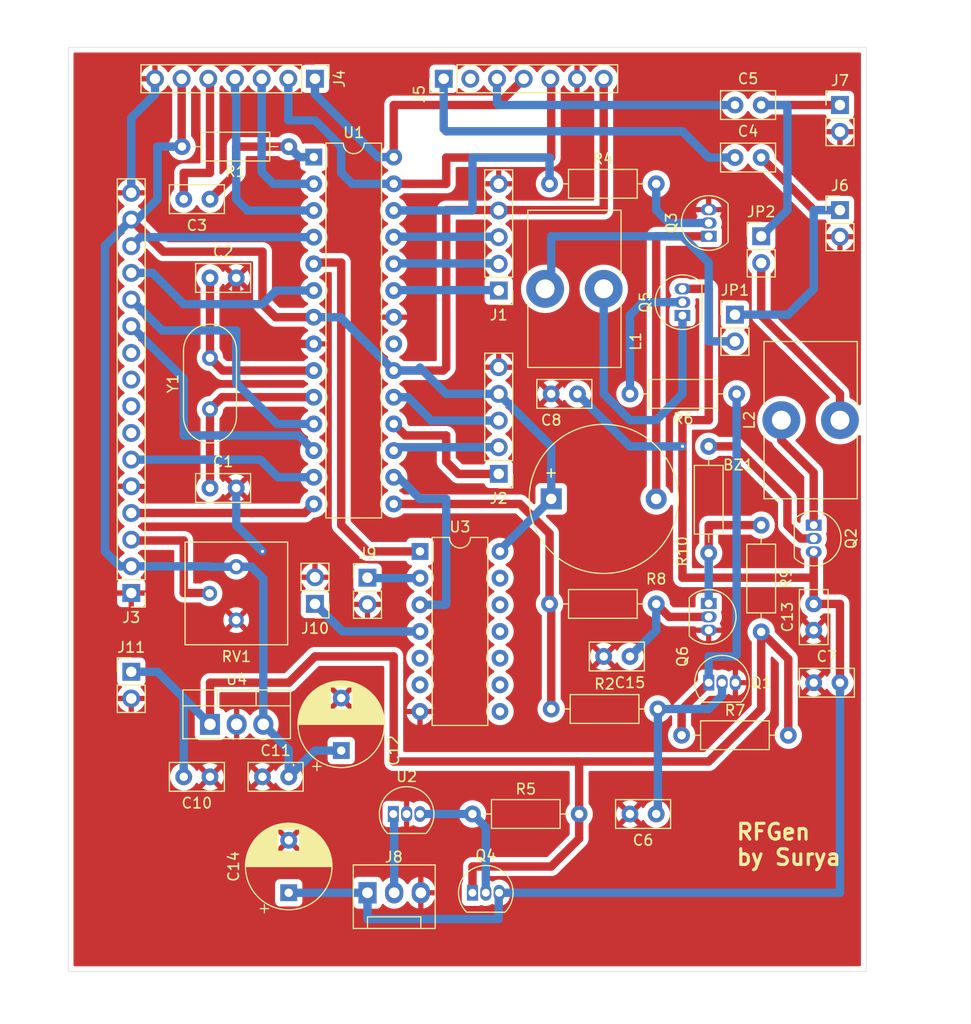
<source format=kicad_pcb>
(kicad_pcb (version 20240108) (generator "pcbnew") (generator_version "8.0")
  (layers (0 "F.Cu" signal) (31 "B.Cu" signal) (34 "B.Paste" user) (35 "F.Paste" user) (36 "B.SilkS" user "B.Silkscreen") (37 "F.SilkS" user "F.Silkscreen") (38 "B.Mask" user) (39 "F.Mask" user) (44 "Edge.Cuts" user))
  (net 0 "")
  (net 1 "Net-(BZ1--)")
  (net 2 "+5V")
  (net 3 "GND")
  (net 4 "Net-(U1-XTAL2{slash}PB7)")
  (net 5 "Net-(U1-XTAL1{slash}PB6)")
  (net 6 "Net-(U1-~{RESET}{slash}PC6)")
  (net 7 "reset")
  (net 8 "Net-(J6-Pin_1)")
  (net 9 "clk0")
  (net 10 "clk2")
  (net 11 "Net-(J7-Pin_1)")
  (net 12 "Net-(Q1-B)")
  (net 13 "Net-(J8-Pin_1)")
  (net 14 "Net-(Q2-B)")
  (net 15 "+9V")
  (net 16 "rots_dt")
  (net 17 "rots_sw")
  (net 18 "rots_clk")
  (net 19 "rotm_clk")
  (net 21 "rotm_sw")
  (net 22 "rotm_dt")
  (net 24 "lcd_D6")
  (net 27 "lcd_D4")
  (net 29 "lcd_D7")
  (net 30 "lcd_contrast")
  (net 31 "lcd_D5")
  (net 32 "lcd_rs")
  (net 33 "lcd_enb")
  (net 34 "scl")
  (net 35 "sda")
  (net 36 "rx")
  (net 37 "tx")
  (net 39 "Net-(J8-Pin_2)")
  (net 40 "Net-(J9-Pin_1)")
  (net 41 "Net-(J10-Pin_1)")
  (net 42 "Net-(JP1-B)")
  (net 43 "Net-(JP2-B)")
  (net 44 "Net-(Q6-B)")
  (net 45 "Net-(Q5-C)")
  (net 46 "Net-(Q3-B)")
  (net 47 "Net-(Q4-B)")
  (net 48 "bias")
  (net 49 "buzz")
  (net 50 "chanc")
  (net 51 "chand")
  (net 60 "Net-(Q2-C)")
  (net 61 "Net-(Q1-C)")
  (net 62 "Net-(Q5-B)")
  (net 63 "Net-(Q6-C)")
  (footprint "Potentiometer_THT:Potentiometer_Bourns_3386P_Vertical" (layer "F.Cu") (at 57.5 76.46 180)
    (property "Reference" "RV1")
    (property "Value" "R_Potentiometer")
  )
  (footprint "Capacitor_THT:C_Disc_D5.0mm_W2.5mm_P2.50mm" (layer "F.Cu") (at 95 85 180)
    (property "Reference" "C15")
    (property "Value" "10n")
  )
  (footprint "Package_TO_SOT_THT:TO-92_Inline" (layer "F.Cu") (at 102.5 87.5)
    (property "Reference" "Q1")
    (property "Value" "BC547")
  )
  (footprint "Resistor_THT:R_Axial_DIN0207_L6.3mm_D2.5mm_P10.16mm_Horizontal" (layer "F.Cu") (at 87.5 90)
    (property "Reference" "R2")
    (property "Value" "10k")
  )
  (footprint "Capacitor_THT:C_Disc_D5.0mm_W2.5mm_P2.50mm" (layer "F.Cu") (at 105 32.5)
    (property "Reference" "C5")
    (property "Value" "100n")
  )
  (footprint "Capacitor_THT:C_Disc_D5.0mm_W2.5mm_P2.50mm" (layer "F.Cu") (at 87.5 60)
    (property "Reference" "C8")
    (property "Value" "10n")
  )
  (footprint "Capacitor_THT:C_Disc_D5.0mm_W2.5mm_P2.50mm" (layer "F.Cu") (at 55 68.96)
    (property "Reference" "C1")
    (property "Value" "22p")
  )
  (footprint "Connector_PinHeader_2.54mm:PinHeader_1x07_P2.54mm_Vertical" (layer "F.Cu") (at 77.26 30 90)
    (property "Reference" "J5")
    (property "Value" "si5351")
  )
  (footprint "Capacitor_THT:C_Disc_D5.0mm_W2.5mm_P2.50mm" (layer "F.Cu") (at 105 37.5)
    (property "Reference" "C4")
    (property "Value" "100n")
  )
  (footprint "Connector_PinHeader_2.54mm:PinHeader_1x05_P2.54mm_Vertical" (layer "F.Cu") (at 82.5 50.16 180)
    (property "Reference" "J1")
    (property "Value" "select_rotary")
  )
  (footprint "Inductor_THT:L_Toroid_Vertical_L14.7mm_W8.6mm_P5.58mm_Pulse_KM-1" (layer "F.Cu") (at 92.5 50 -90)
    (property "Reference" "L1")
    (property "Value" "100u")
  )
  (footprint "Capacitor_THT:C_Disc_D5.0mm_W2.5mm_P2.50mm" (layer "F.Cu") (at 55 41.46 180)
    (property "Reference" "C3")
    (property "Value" "100n")
  )
  (footprint "Connector_PinHeader_2.54mm:PinHeader_1x02_P2.54mm_Vertical" (layer "F.Cu") (at 65 80 180)
    (property "Reference" "J10")
    (property "Value" "pwmC")
  )
  (footprint "Connector:FanPinHeader_1x03_P2.54mm_Vertical" (layer "F.Cu") (at 70 107.5)
    (property "Reference" "J8")
    (property "Value" "bias_pot")
  )
  (footprint "Capacitor_THT:C_Disc_D5.0mm_W2.5mm_P2.50mm" (layer "F.Cu") (at 112.5 82.5 90)
    (property "Reference" "C13")
    (property "Value" "100n")
  )
  (footprint "Connector_PinHeader_2.54mm:PinHeader_1x02_P2.54mm_Vertical" (layer "F.Cu") (at 70 77.5)
    (property "Reference" "J9")
    (property "Value" "pwmD")
  )
  (footprint "Package_TO_SOT_THT:TO-92_Inline" (layer "F.Cu") (at 72.46 100)
    (property "Reference" "U2")
    (property "Value" "TL431LP")
  )
  (footprint "Capacitor_THT:C_Disc_D5.0mm_W2.5mm_P2.50mm" (layer "F.Cu") (at 60 96.46)
    (property "Reference" "C11")
    (property "Value" "100n")
  )
  (footprint "Package_TO_SOT_THT:TO-92_Inline" (layer "F.Cu") (at 102.5 45 90)
    (property "Reference" "Q3")
    (property "Value" "BC547")
  )
  (footprint "Resistor_THT:R_Axial_DIN0207_L6.3mm_D2.5mm_P10.16mm_Horizontal" (layer "F.Cu") (at 80 100)
    (property "Reference" "R5")
    (property "Value" "1k")
  )
  (footprint "Capacitor_THT:C_Disc_D5.0mm_W2.5mm_P2.50mm" (layer "F.Cu") (at 55 96.46 180)
    (property "Reference" "C10")
    (property "Value" "10n")
  )
  (footprint "Package_TO_SOT_THT:TO-92_Inline" (layer "F.Cu") (at 100 52.54 90)
    (property "Reference" "Q5")
    (property "Value" "BC557")
  )
  (footprint "Connector_PinHeader_2.54mm:PinHeader_1x02_P2.54mm_Vertical" (layer "F.Cu") (at 115 32.5)
    (property "Reference" "J7")
    (property "Value" "clk2")
  )
  (footprint "Connector_PinHeader_2.54mm:PinHeader_1x02_P2.54mm_Vertical" (layer "F.Cu") (at 107.5 45)
    (property "Reference" "JP2")
    (property "Value" "Jumper_2_Open")
  )
  (footprint "Package_TO_SOT_THT:TO-92_Inline" (layer "F.Cu") (at 112.5 72.5 -90)
    (property "Reference" "Q2")
    (property "Value" "BC557")
  )
  (footprint "Capacitor_THT:C_Disc_D5.0mm_W2.5mm_P2.50mm" (layer "F.Cu") (at 55 48.96)
    (property "Reference" "C2")
    (property "Value" "22p")
  )
  (footprint "Connector_PinHeader_2.54mm:PinHeader_1x02_P2.54mm_Vertical" (layer "F.Cu") (at 115 42.5)
    (property "Reference" "J6")
    (property "Value" "clk0")
  )
  (footprint "Connector_PinHeader_2.54mm:PinHeader_1x02_P2.54mm_Vertical" (layer "F.Cu") (at 105 52.46)
    (property "Reference" "JP1")
    (property "Value" "Jumper_2_Open")
  )
  (footprint "Connector_PinHeader_2.54mm:PinHeader_1x16_P2.54mm_Vertical" (layer "F.Cu") (at 47.5 78.96 180)
    (property "Reference" "J3")
    (property "Value" "lcd_socket")
  )
  (footprint "Resistor_THT:R_Axial_DIN0207_L6.3mm_D2.5mm_P10.16mm_Horizontal" (layer "F.Cu") (at 102.5 75.16 90)
    (property "Reference" "R10")
    (property "Value" "10k")
  )
  (footprint "Package_DIP:DIP-14_W7.62mm" (layer "F.Cu") (at 75 75)
    (property "Reference" "U3")
    (property "Value" "74HC04")
  )
  (footprint "Connector_PinHeader_2.54mm:PinHeader_1x07_P2.54mm_Vertical" (layer "F.Cu") (at 65 30 -90)
    (property "Reference" "J4")
    (property "Value" "comms")
  )
  (footprint "Crystal:Crystal_HC49-U_Vertical" (layer "F.Cu") (at 55 61.46 90)
    (property "Reference" "Y1")
    (property "Value" "20Mhz")
  )
  (footprint "Capacitor_THT:CP_Radial_D8.0mm_P5.00mm" (layer "F.Cu") (at 62.5 107.5 90)
    (property "Reference" "C14")
    (property "Value" "100u")
  )
  (footprint "Capacitor_THT:C_Disc_D5.0mm_W2.5mm_P2.50mm" (layer "F.Cu") (at 112.5 87.5)
    (property "Reference" "C7")
    (property "Value" "10n")
  )
  (footprint "Connector_PinHeader_2.54mm:PinHeader_1x02_P2.54mm_Vertical" (layer "F.Cu") (at 47.5 86.46)
    (property "Reference" "J11")
    (property "Value" "pwrIn")
  )
  (footprint "Connector_PinHeader_2.54mm:PinHeader_1x05_P2.54mm_Vertical" (layer "F.Cu") (at 82.5 67.62 180)
    (property "Reference" "J2")
    (property "Value" "mode_rotary")
  )
  (footprint "Resistor_THT:R_Axial_DIN0207_L6.3mm_D2.5mm_P10.16mm_Horizontal" (layer "F.Cu") (at 62.5 36.46 180)
    (property "Reference" "R1")
    (property "Value" "10k")
  )
  (footprint "Inductor_THT:L_Toroid_Vertical_L14.7mm_W8.6mm_P5.58mm_Pulse_KM-1" (layer "F.Cu") (at 109.42 62.5 90)
    (property "Reference" "L2")
    (property "Value" "100u")
  )
  (footprint "Resistor_THT:R_Axial_DIN0207_L6.3mm_D2.5mm_P10.16mm_Horizontal" (layer "F.Cu") (at 87.34 40)
    (property "Reference" "R4")
    (property "Value" "2.2k")
  )
  (footprint "Package_TO_SOT_THT:TO-92_Inline" (layer "F.Cu") (at 102.5 79.96 -90)
    (property "Reference" "Q6")
    (property "Value" "BC547")
  )
  (footprint "Capacitor_THT:C_Disc_D5.0mm_W2.5mm_P2.50mm" (layer "F.Cu") (at 97.5 100 180)
    (property "Reference" "C6")
    (property "Value" "10n")
  )
  (footprint "Resistor_THT:R_Axial_DIN0207_L6.3mm_D2.5mm_P10.16mm_Horizontal" (layer "F.Cu") (at 107.5 72.5 -90)
    (property "Reference" "R9")
    (property "Value" "1k")
  )
  (footprint "Package_TO_SOT_THT:TO-92_Inline" (layer "F.Cu") (at 80 107.5)
    (property "Reference" "Q4")
    (property "Value" "BC547")
  )
  (footprint "Resistor_THT:R_Axial_DIN0207_L6.3mm_D2.5mm_P10.16mm_Horizontal" (layer "F.Cu") (at 99.92 92.5)
    (property "Reference" "R7")
    (property "Value" "1k")
  )
  (footprint "Capacitor_THT:CP_Radial_D8.0mm_P5.00mm" (layer "F.Cu") (at 67.5 93.96 90)
    (property "Reference" "C12")
    (property "Value" "100u")
  )
  (footprint "Resistor_THT:R_Axial_DIN0207_L6.3mm_D2.5mm_P10.16mm_Horizontal" (layer "F.Cu") (at 87.34 80)
    (property "Reference" "R8")
    (property "Value" "10k")
  )
  (footprint "Package_DIP:DIP-28_W7.62mm" (layer "F.Cu") (at 64.88 37.46)
    (property "Reference" "U1")
    (property "Value" "ATmega328-P")
  )
  (footprint "Package_TO_SOT_THT:TO-220-3_Vertical" (layer "F.Cu") (at 55 91.46)
    (property "Reference" "U4")
    (property "Value" "L7805")
  )
  (footprint "Buzzer_Beeper:Buzzer_D14mm_H7mm_P10mm" (layer "F.Cu") (at 87.5 70)
    (property "Reference" "BZ1")
    (property "Value" "Buzzer")
  )
  (footprint "Resistor_THT:R_Axial_DIN0207_L6.3mm_D2.5mm_P10.16mm_Horizontal" (layer "F.Cu") (at 105.16 60 180)
    (property "Reference" "R6")
    (property "Value" "10k")
  )
  (gr_rect (start 41.5 27) (end 117.5 115) (stroke (width 0.05)) (fill none) (layer "Edge.Cuts"))
  (gr_text "RFGen\nby Surya" (at 105 105 0) (layer "F.SilkS") (effects (font (size 1.5 1.5) (thickness 0.3) (bold yes)) (justify left bottom)))
  (segment (start 97.5 45) (end 97.5 70) (width 0.8) (layer "F.Cu") (net 1))
  (segment (start 97.5 45) (end 102.5 45) (width 0.8) (layer "F.Cu") (net 1))
  (segment (start 60 46.46) (end 50.56 46.46) (width 0.8) (layer "F.Cu") (net 2))
  (segment (start 77.22 57.78) (end 77.5 57.5) (width 0.8) (layer "F.Cu") (net 2))
  (segment (start 92.5 42.5) (end 85 42.5) (width 0.8) (layer "F.Cu") (net 2))
  (segment (start 61.24 52.7) (end 60 51.46) (width 0.8) (layer "F.Cu") (net 2))
  (segment (start 64.88 52.7) (end 61.24 52.7) (width 0.8) (layer "F.Cu") (net 2))
  (segment (start 52.3 36.42) (end 52.34 36.46) (width 0.8) (layer "F.Cu") (net 2))
  (segment (start 72.5 57.78) (end 77.22 57.78) (width 0.8) (layer "F.Cu") (net 2))
  (segment (start 50.56 46.46) (end 47.5 43.4) (width 0.8) (layer "F.Cu") (net 2))
  (segment (start 77.5 42.5) (end 85 42.5) (width 0.8) (layer "F.Cu") (net 2))
  (segment (start 92.5 30) (end 92.5 42.5) (width 0.8) (layer "F.Cu") (net 2))
  (segment (start 82.54 42.5) (end 82.5 42.54) (width 0.8) (layer "F.Cu") (net 2))
  (segment (start 85 42.5) (end 82.54 42.5) (width 0.8) (layer "F.Cu") (net 2))
  (segment (start 52.3 30) (end 52.3 36.42) (width 0.8) (layer "F.Cu") (net 2))
  (segment (start 77.5 57.5) (end 77.5 42.5) (width 0.8) (layer "F.Cu") (net 2))
  (segment (start 60 51.46) (end 60 46.46) (width 0.8) (layer "F.Cu") (net 2))
  (segment (start 46.42 76.42) (end 45 75) (width 0.8) (layer "B.Cu") (net 2))
  (segment (start 82.5 60) (end 87.5 65) (width 0.8) (layer "B.Cu") (net 2))
  (segment (start 45 45.9) (end 47.5 43.4) (width 0.8) (layer "B.Cu") (net 2))
  (segment (start 48.06 43.4) (end 50 41.46) (width 0.8) (layer "B.Cu") (net 2))
  (segment (start 82.62 74.88) (end 87.5 70) (width 0.8) (layer "B.Cu") (net 2))
  (segment (start 50 41.46) (end 50 36.46) (width 0.8) (layer "B.Cu") (net 2))
  (segment (start 64.88 52.7) (end 67.42 52.7) (width 0.8) (layer "B.Cu") (net 2))
  (segment (start 47.5 76.42) (end 54.96 76.42) (width 0.8) (layer "B.Cu") (net 2))
  (segment (start 47.5 76.42) (end 46.42 76.42) (width 0.8) (layer "B.Cu") (net 2))
  (segment (start 65 93.96) (end 67.5 93.96) (width 0.8) (layer "B.Cu") (net 2))
  (segment (start 47.5 43.4) (end 48.06 43.4) (width 0.8) (layer "B.Cu") (net 2))
  (segment (start 50 36.46) (end 52.34 36.46) (width 0.8) (layer "B.Cu") (net 2))
  (segment (start 62.5 96.46) (end 62.5 93.88) (width 0.8) (layer "B.Cu") (net 2))
  (segment (start 60.08 77.58) (end 58.96 76.46) (width 0.8) (layer "B.Cu") (net 2))
  (segment (start 60.08 91.46) (end 60.08 77.58) (width 0.8) (layer "B.Cu") (net 2))
  (segment (start 58.96 76.46) (end 57.5 76.46) (width 0.8) (layer "B.Cu") (net 2))
  (segment (start 62.5 96.46) (end 65 93.96) (width 0.8) (layer "B.Cu") (net 2))
  (segment (start 74.72 57.78) (end 72.5 57.78) (width 0.8) (layer "B.Cu") (net 2))
  (segment (start 67.42 52.7) (end 72.5 57.78) (width 0.8) (layer "B.Cu") (net 2))
  (segment (start 77.5 60) (end 75 57.5) (width 0.8) (layer "B.Cu") (net 2))
  (segment (start 62.5 93.88) (end 60.08 91.46) (width 0.8) (layer "B.Cu") (net 2))
  (segment (start 57.5 76.46) (end 55 76.46) (width 0.8) (layer "B.Cu") (net 2))
  (segment (start 82.62 75) (end 82.62 74.88) (width 0.8) (layer "B.Cu") (net 2))
  (segment (start 75 57.5) (end 74.72 57.78) (width 0.8) (layer "B.Cu") (net 2))
  (segment (start 45 75) (end 45 45.9) (width 0.8) (layer "B.Cu") (net 2))
  (segment (start 87.5 65) (end 87.5 70) (width 0.8) (layer "B.Cu") (net 2))
  (segment (start 82.5 60) (end 77.5 60) (width 0.8) (layer "B.Cu") (net 2))
  (segment (start 55 76.46) (end 54.96 76.42) (width 0.8) (layer "B.Cu") (net 2))
  (segment (start 58.78 55.24) (end 57.5 53.96) (width 0.8) (layer "F.Cu") (net 3))
  (segment (start 57.5 48.96) (end 57.5 53.96) (width 0.8) (layer "F.Cu") (net 3))
  (segment (start 64.88 55.24) (end 58.78 55.24) (width 0.8) (layer "F.Cu") (net 3))
  (via (at 60 75) (size 0.6) (drill 0.3) (layers "F.Cu" "B.Cu") (net 3))
  (segment (start 49.76 31.46) (end 49.76 30) (width 0.8) (layer "B.Cu") (net 3))
  (segment (start 57.5 68.96) (end 57.5 72.5) (width 0.8) (layer "B.Cu") (net 3))
  (segment (start 47.5 40.86) (end 47.5 33.72) (width 0.8) (layer "B.Cu") (net 3))
  (segment (start 47.5 33.72) (end 49.76 31.46) (width 0.8) (layer "B.Cu") (net 3))
  (segment (start 57.5 72.5) (end 60 75) (width 0.8) (layer "B.Cu") (net 3))
  (segment (start 56.14 60.32) (end 55 61.46) (width 0.8) (layer "F.Cu") (net 4))
  (segment (start 64.88 60.32) (end 56.14 60.32) (width 0.8) (layer "F.Cu") (net 4))
  (segment (start 55 68.96) (end 55 61.46) (width 0.8) (layer "F.Cu") (net 4))
  (segment (start 64.88 57.78) (end 56.2 57.78) (width 0.8) (layer "F.Cu") (net 5))
  (segment (start 55 48.96) (end 55 56.58) (width 0.8) (layer "F.Cu") (net 5))
  (segment (start 56.2 57.78) (end 55 56.58) (width 0.8) (layer "F.Cu") (net 5))
  (segment (start 57.5 36.46) (end 62.5 36.46) (width 0.8) (layer "F.Cu") (net 6))
  (segment (start 57.5 38.96) (end 57.5 36.46) (width 0.8) (layer "F.Cu") (net 6))
  (segment (start 55 41.46) (end 57.5 38.96) (width 0.8) (layer "F.Cu") (net 6))
  (segment (start 63.5 37.46) (end 62.5 36.46) (width 0.8) (layer "B.Cu") (net 6))
  (segment (start 64.88 37.46) (end 63.5 37.46) (width 0.8) (layer "B.Cu") (net 6))
  (segment (start 55 31.62) (end 55 30.16) (width 0.8) (layer "F.Cu") (net 7))
  (segment (start 52.5 38.96) (end 55 38.96) (width 0.8) (layer "F.Cu") (net 7))
  (segment (start 52.5 41.46) (end 52.5 38.96) (width 0.8) (layer "F.Cu") (net 7))
  (segment (start 55 30.16) (end 54.84 30) (width 0.8) (layer "F.Cu") (net 7))
  (segment (start 55 38.96) (end 55 31.62) (width 0.8) (layer "F.Cu") (net 7))
  (segment (start 107.5 37.5) (end 112.5 42.5) (width 0.8) (layer "F.Cu") (net 8))
  (segment (start 112.5 42.5) (end 115 42.5) (width 0.8) (layer "F.Cu") (net 8))
  (segment (start 112.5 42.5) (end 115 42.5) (width 0.8) (layer "B.Cu") (net 8))
  (segment (start 109.96 52.46) (end 110 52.5) (width 0.8) (layer "B.Cu") (net 8))
  (segment (start 110 52.5) (end 112.5 50) (width 0.8) (layer "B.Cu") (net 8))
  (segment (start 105 52.46) (end 109.96 52.46) (width 0.8) (layer "B.Cu") (net 8))
  (segment (start 112.5 50) (end 112.5 42.5) (width 0.8) (layer "B.Cu") (net 8))
  (segment (start 77.26 30) (end 77.26 34.76) (width 0.8) (layer "B.Cu") (net 9))
  (segment (start 77.26 34.76) (end 77.5 35) (width 0.8) (layer "B.Cu") (net 9))
  (segment (start 100 35) (end 102.5 37.5) (width 0.8) (layer "B.Cu") (net 9))
  (segment (start 77.5 35) (end 100 35) (width 0.8) (layer "B.Cu") (net 9))
  (segment (start 102.5 37.5) (end 105 37.5) (width 0.8) (layer "B.Cu") (net 9))
  (segment (start 82.5 32.5) (end 105 32.5) (width 0.8) (layer "B.Cu") (net 10))
  (segment (start 82.34 32.34) (end 82.5 32.5) (width 0.8) (layer "B.Cu") (net 10))
  (segment (start 82.34 30) (end 82.34 32.34) (width 0.8) (layer "B.Cu") (net 10))
  (segment (start 107.5 32.5) (end 115 32.5) (width 0.8) (layer "F.Cu") (net 11))
  (segment (start 110 32.5) (end 107.5 32.5) (width 0.8) (layer "B.Cu") (net 11))
  (segment (start 107.5 45) (end 110 42.5) (width 0.8) (layer "B.Cu") (net 11))
  (segment (start 110 42.5) (end 110 32.5) (width 0.8) (layer "B.Cu") (net 11))
  (segment (start 97.66 90) (end 97.66 99.84) (width 0.8) (layer "B.Cu") (net 12))
  (segment (start 97.66 99.84) (end 97.5 100) (width 0.8) (layer "B.Cu") (net 12))
  (segment (start 102.5 90) (end 97.66 90) (width 0.8) (layer "B.Cu") (net 12))
  (segment (start 103.77 87.5) (end 103.77 88.73) (width 0.8) (layer "B.Cu") (net 12))
  (segment (start 103.77 88.73) (end 102.5 90) (width 0.8) (layer "B.Cu") (net 12))
  (segment (start 102.5 62.5) (end 100 62.5) (width 0.8) (layer "F.Cu") (net 13))
  (segment (start 102.5 50) (end 102.5 62.5) (width 0.8) (layer "F.Cu") (net 13))
  (segment (start 112.5 77.5) (end 112.5 75.04) (width 0.8) (layer "F.Cu") (net 13))
  (segment (start 115 80) (end 115 87.5) (width 0.8) (layer "F.Cu") (net 13))
  (segment (start 112.5 80) (end 115 80) (width 0.8) (layer "F.Cu") (net 13))
  (segment (start 112.5 80) (end 112.5 77.5) (width 0.8) (layer "F.Cu") (net 13))
  (segment (start 100 50) (end 102.5 50) (width 0.8) (layer "F.Cu") (net 13))
  (segment (start 100 62.5) (end 100 77.5) (width 0.8) (layer "F.Cu") (net 13))
  (segment (start 100 77.5) (end 112.5 77.5) (width 0.8) (layer "F.Cu") (net 13))
  (via (at 100 65) (size 0.6) (drill 0.3) (layers "F.Cu" "B.Cu") (net 13))
  (segment (start 90 60) (end 95 65) (width 0.8) (layer "B.Cu") (net 13))
  (segment (start 115 107.5) (end 115 87.5) (width 0.8) (layer "B.Cu") (net 13))
  (segment (start 70 107.5) (end 70 110) (width 0.8) (layer "B.Cu") (net 13))
  (segment (start 82.54 107.5) (end 115 107.5) (width 0.8) (layer "B.Cu") (net 13))
  (segment (start 62.5 107.5) (end 70 107.5) (width 0.8) (layer "B.Cu") (net 13))
  (segment (start 82.5 107.54) (end 82.54 107.5) (width 0.8) (layer "B.Cu") (net 13))
  (segment (start 95 65) (end 100 65) (width 0.8) (layer "B.Cu") (net 13))
  (segment (start 82.5 110) (end 82.5 107.54) (width 0.8) (layer "B.Cu") (net 13))
  (segment (start 70 110) (end 82.5 110) (width 0.8) (layer "B.Cu") (net 13))
  (segment (start 110 70) (end 105 65) (width 0.8) (layer "F.Cu") (net 14))
  (segment (start 110 72.5) (end 110 70) (width 0.8) (layer "F.Cu") (net 14))
  (segment (start 112.5 73.77) (end 111.27 73.77) (width 0.8) (layer "F.Cu") (net 14))
  (segment (start 105 65) (end 102.5 65) (width 0.8) (layer "F.Cu") (net 14))
  (segment (start 111.27 73.77) (end 110 72.5) (width 0.8) (layer "F.Cu") (net 14))
  (segment (start 80 107.5) (end 80 105) (width 0.8) (layer "F.Cu") (net 15))
  (segment (start 72.5 85) (end 72.5 95) (width 0.8) (layer "F.Cu") (net 15))
  (segment (start 80 105) (end 87.5 105) (width 0.8) (layer "F.Cu") (net 15))
  (segment (start 102.5 95) (end 107.5 90) (width 0.8) (layer "F.Cu") (net 15))
  (segment (start 90.16 100) (end 90.16 95.16) (width 0.8) (layer "F.Cu") (net 15))
  (segment (start 90 95) (end 102.5 95) (width 0.8) (layer "F.Cu") (net 15))
  (segment (start 110.08 85.24) (end 107.5 82.66) (width 0.8) (layer "F.Cu") (net 15))
  (segment (start 55 91.46) (end 55 87.5) (width 0.8) (layer "F.Cu") (net 15))
  (segment (start 72.5 95) (end 90 95) (width 0.8) (layer "F.Cu") (net 15))
  (segment (start 55 87.5) (end 62.5 87.5) (width 0.8) (layer "F.Cu") (net 15))
  (segment (start 90.16 102.34) (end 90.16 100) (width 0.8) (layer "F.Cu") (net 15))
  (segment (start 107.5 90) (end 107.5 82.66) (width 0.8) (layer "F.Cu") (net 15))
  (segment (start 90.16 95.16) (end 90 95) (width 0.8) (layer "F.Cu") (net 15))
  (segment (start 110.08 92.5) (end 110.08 85.24) (width 0.8) (layer "F.Cu") (net 15))
  (segment (start 87.5 105) (end 90.16 102.34) (width 0.8) (layer "F.Cu") (net 15))
  (segment (start 62.5 87.5) (end 65 85) (width 0.8) (layer "F.Cu") (net 15))
  (segment (start 65 85) (end 72.5 85) (width 0.8) (layer "F.Cu") (net 15))
  (segment (start 52.5 88.96) (end 55 91.46) (width 0.8) (layer "B.Cu") (net 15))
  (segment (start 52.5 96.46) (end 52.5 88.96) (width 0.8) (layer "B.Cu") (net 15))
  (segment (start 47.5 86.46) (end 50 86.46) (width 0.8) (layer "B.Cu") (net 15))
  (segment (start 50 86.46) (end 52.5 88.96) (width 0.8) (layer "B.Cu") (net 15))
  (segment (start 82.5 47.58) (end 72.54 47.58) (width 0.8) (layer "B.Cu") (net 16))
  (segment (start 72.54 47.58) (end 72.5 47.62) (width 0.8) (layer "B.Cu") (net 16))
  (segment (start 72.54 45.04) (end 72.5 45.08) (width 0.8) (layer "B.Cu") (net 17))
  (segment (start 82.5 45.04) (end 72.54 45.04) (width 0.8) (layer "B.Cu") (net 17))
  (segment (start 72.54 50.12) (end 72.5 50.16) (width 0.8) (layer "B.Cu") (net 18))
  (segment (start 82.5 50.12) (end 72.54 50.12) (width 0.8) (layer "B.Cu") (net 18))
  (segment (start 77.5 63.96) (end 73.6 63.96) (width 0.8) (layer "F.Cu") (net 19))
  (segment (start 77.5 66.46) (end 77.5 63.96) (width 0.8) (layer "F.Cu") (net 19))
  (segment (start 73.6 63.96) (end 72.5 62.86) (width 0.8) (layer "F.Cu") (net 19))
  (segment (start 78.66 67.62) (end 77.5 66.46) (width 0.8) (layer "F.Cu") (net 19))
  (segment (start 82.5 67.62) (end 78.66 67.62) (width 0.8) (layer "F.Cu") (net 19))
  (segment (start 82.5 62.54) (end 76.08 62.54) (width 0.8) (layer "B.Cu") (net 21))
  (segment (start 76.08 62.54) (end 73.86 60.32) (width 0.8) (layer "B.Cu") (net 21))
  (segment (start 73.86 60.32) (end 72.5 60.32) (width 0.8) (layer "B.Cu") (net 21))
  (segment (start 82.5 65.08) (end 72.82 65.08) (width 0.8) (layer "B.Cu") (net 22))
  (segment (start 72.82 65.08) (end 72.5 65.4) (width 0.8) (layer "B.Cu") (net 22))
  (segment (start 61.3 50.16) (end 64.88 50.16) (width 0.8) (layer "B.Cu") (net 24))
  (segment (start 60 51.46) (end 61.3 50.16) (width 0.8) (layer "B.Cu") (net 24))
  (segment (start 47.5 48.48) (end 49.52 48.48) (width 0.8) (layer "B.Cu") (net 24))
  (segment (start 49.52 48.48) (end 52.5 51.46) (width 0.8) (layer "B.Cu") (net 24))
  (segment (start 52.5 51.46) (end 60 51.46) (width 0.8) (layer "B.Cu") (net 24))
  (segment (start 47.5 53.56) (end 52.5 58.56) (width 0.8) (layer "B.Cu") (net 27))
  (segment (start 63.44 63.96) (end 64.88 65.4) (width 0.8) (layer "B.Cu") (net 27))
  (segment (start 52.5 63.96) (end 63.44 63.96) (width 0.8) (layer "B.Cu") (net 27))
  (segment (start 52.5 58.56) (end 52.5 63.96) (width 0.8) (layer "B.Cu") (net 27))
  (segment (start 47.5 45.94) (end 48.36 45.08) (width 0.8) (layer "B.Cu") (net 29))
  (segment (start 48.36 45.08) (end 64.88 45.08) (width 0.8) (layer "B.Cu") (net 29))
  (segment (start 52.5 78.96) (end 52.5 73.96) (width 0.8) (layer "F.Cu") (net 30))
  (segment (start 47.58 73.96) (end 47.5 73.88) (width 0.8) (layer "F.Cu") (net 30))
  (segment (start 52.5 73.96) (end 47.58 73.96) (width 0.8) (layer "F.Cu") (net 30))
  (segment (start 54.92 78.96) (end 54.96 79) (width 0.8) (layer "F.Cu") (net 30))
  (segment (start 52.5 78.96) (end 54.92 78.96) (width 0.8) (layer "F.Cu") (net 30))
  (segment (start 50.44 53.96) (end 47.5 51.02) (width 0.8) (layer "B.Cu") (net 31))
  (segment (start 61.4 62.86) (end 57.5 58.96) (width 0.8) (layer "B.Cu") (net 31))
  (segment (start 64.88 62.86) (end 61.4 62.86) (width 0.8) (layer "B.Cu") (net 31))
  (segment (start 57.5 53.96) (end 50.44 53.96) (width 0.8) (layer "B.Cu") (net 31))
  (segment (start 57.5 58.96) (end 57.5 53.96) (width 0.8) (layer "B.Cu") (net 31))
  (segment (start 64.02 71.34) (end 64.88 70.48) (width 0.8) (layer "F.Cu") (net 32))
  (segment (start 47.5 71.34) (end 64.02 71.34) (width 0.8) (layer "F.Cu") (net 32))
  (segment (start 59.8 66.26) (end 61.48 67.94) (width 0.8) (layer "B.Cu") (net 33))
  (segment (start 61.48 67.94) (end 64.88 67.94) (width 0.8) (layer "B.Cu") (net 33))
  (segment (start 47.5 66.26) (end 59.8 66.26) (width 0.8) (layer "B.Cu") (net 33))
  (segment (start 84.88 30) (end 82.38 32.5) (width 0.8) (layer "F.Cu") (net 34))
  (segment (start 82.38 32.5) (end 72.5 32.5) (width 0.8) (layer "F.Cu") (net 34))
  (segment (start 72.5 32.5) (end 72.5 37.46) (width 0.8) (layer "F.Cu") (net 34))
  (segment (start 71 37.46) (end 72.5 37.46) (width 0.8) (layer "B.Cu") (net 34))
  (segment (start 65 31.46) (end 65 30) (width 0.8) (layer "B.Cu") (net 34))
  (segment (start 65 31.46) (end 71 37.46) (width 0.8) (layer "B.Cu") (net 34))
  (segment (start 77.5 37.5) (end 87.5 37.5) (width 0.8) (layer "F.Cu") (net 35))
  (segment (start 87.5 30.08) (end 87.42 30) (width 0.8) (layer "F.Cu") (net 35))
  (segment (start 87.5 37.5) (end 87.5 30.08) (width 0.8) (layer "F.Cu") (net 35))
  (segment (start 72.5 40) (end 77.5 40) (width 0.8) (layer "F.Cu") (net 35))
  (segment (start 77.5 40) (end 77.5 37.5) (width 0.8) (layer "F.Cu") (net 35))
  (segment (start 62.46 33.92) (end 62.46 30) (width 0.8) (layer "B.Cu") (net 35))
  (segment (start 67.5 38.96) (end 67.5 36.46) (width 0.8) (layer "B.Cu") (net 35))
  (segment (start 68.54 40) (end 67.5 38.96) (width 0.8) (layer "B.Cu") (net 35))
  (segment (start 62.5 33.96) (end 62.46 33.92) (width 0.8) (layer "B.Cu") (net 35))
  (segment (start 67.5 36.46) (end 65 33.96) (width 0.8) (layer "B.Cu") (net 35))
  (segment (start 72.5 40) (end 68.54 40) (width 0.8) (layer "B.Cu") (net 35))
  (segment (start 65 33.96) (end 62.5 33.96) (width 0.8) (layer "B.Cu") (net 35))
  (segment (start 61.04 40) (end 59.92 38.88) (width 0.8) (layer "B.Cu") (net 36))
  (segment (start 64.88 40) (end 61.04 40) (width 0.8) (layer "B.Cu") (net 36))
  (segment (start 59.92 38.88) (end 59.92 30) (width 0.8) (layer "B.Cu") (net 36))
  (segment (start 64.88 42.54) (end 58.58 42.54) (width 0.8) (layer "B.Cu") (net 37))
  (segment (start 57.5 31.58) (end 57.5 41.46) (width 0.8) (layer "B.Cu") (net 37))
  (segment (start 57.38 31.46) (end 57.38 30) (width 0.8) (layer "B.Cu") (net 37))
  (segment (start 57.5 31.58) (end 57.38 31.46) (width 0.8) (layer "B.Cu") (net 37))
  (segment (start 58.58 42.54) (end 57.5 41.46) (width 0.8) (layer "B.Cu") (net 37))
  (segment (start 72.54 100.08) (end 72.46 100) (width 0.8) (layer "B.Cu") (net 39))
  (segment (start 72.54 107.5) (end 72.54 100.08) (width 0.8) (layer "B.Cu") (net 39))
  (segment (start 75 77.54) (end 70.04 77.54) (width 0.8) (layer "B.Cu") (net 40))
  (segment (start 70.04 77.54) (end 70 77.5) (width 0.8) (layer "B.Cu") (net 40))
  (segment (start 75 82.62) (end 67.62 82.62) (width 0.8) (layer "B.Cu") (net 41))
  (segment (start 67.62 82.62) (end 65 80) (width 0.8) (layer "B.Cu") (net 41))
  (segment (start 102.5 47.5) (end 100 45) (width 0.8) (layer "B.Cu") (net 42))
  (segment (start 105 55) (end 102.5 55) (width 0.8) (layer "B.Cu") (net 42))
  (segment (start 87.5 49.42) (end 86.92 50) (width 0.8) (layer "B.Cu") (net 42))
  (segment (start 100 45) (end 87.5 45) (width 0.8) (layer "B.Cu") (net 42))
  (segment (start 102.5 55) (end 102.5 47.5) (width 0.8) (layer "B.Cu") (net 42))
  (segment (start 87.5 45) (end 87.5 49.42) (width 0.8) (layer "B.Cu") (net 42))
  (segment (start 107.5 52.54) (end 107.5 47.54) (width 0.8) (layer "F.Cu") (net 43))
  (segment (start 110 55) (end 109.96 55) (width 0.8) (layer "F.Cu") (net 43))
  (segment (start 109.96 55) (end 107.5 52.54) (width 0.8) (layer "F.Cu") (net 43))
  (segment (start 115 60) (end 110 55) (width 0.8) (layer "F.Cu") (net 43))
  (segment (start 115 62.5) (end 115 60) (width 0.8) (layer "F.Cu") (net 43))
  (segment (start 98.73 81.23) (end 97.5 80) (width 0.8) (layer "F.Cu") (net 44))
  (segment (start 102.5 81.23) (end 98.73 81.23) (width 0.8) (layer "F.Cu") (net 44))
  (segment (start 97.5 82.5) (end 97.5 80) (width 0.8) (layer "B.Cu") (net 44))
  (segment (start 95 85) (end 97.5 82.5) (width 0.8) (layer "B.Cu") (net 44))
  (segment (start 100 60) (end 100 52.54) (width 0.8) (layer "B.Cu") (net 45))
  (segment (start 97.5 62.5) (end 100 60) (width 0.8) (layer "B.Cu") (net 45))
  (segment (start 92.5 60) (end 95 62.5) (width 0.8) (layer "B.Cu") (net 45))
  (segment (start 95 62.5) (end 97.5 62.5) (width 0.8) (layer "B.Cu") (net 45))
  (segment (start 92.5 50) (end 92.5 60) (width 0.8) (layer "B.Cu") (net 45))
  (segment (start 97.5 42.5) (end 97.5 40) (width 0.8) (layer "B.Cu") (net 46))
  (segment (start 98.73 43.73) (end 97.5 42.5) (width 0.8) (layer "B.Cu") (net 46))
  (segment (start 102.5 43.73) (end 98.73 43.73) (width 0.8) (layer "B.Cu") (net 46))
  (segment (start 81.27 101.27) (end 80 100) (width 0.8) (layer "B.Cu") (net 47))
  (segment (start 75 100) (end 80 100) (width 0.8) (layer "B.Cu") (net 47))
  (segment (start 81.27 107.5) (end 81.27 101.27) (width 0.8) (layer "B.Cu") (net 47))
  (segment (start 87.34 73.3) (end 84.52 70.48) (width 0.8) (layer "F.Cu") (net 48))
  (segment (start 87.5 90) (end 87.5 80.16) (width 0.8) (layer "F.Cu") (net 48))
  (segment (start 72.5 70.48) (end 84.52 70.48) (width 0.8) (layer "F.Cu") (net 48))
  (segment (start 87.34 80) (end 87.34 73.3) (width 0.8) (layer "F.Cu") (net 48))
  (segment (start 87.5 80.16) (end 87.34 80) (width 0.8) (layer "F.Cu") (net 48))
  (segment (start 79.96 42.54) (end 80 42.5) (width 0.8) (layer "B.Cu") (net 49))
  (segment (start 80 42.5) (end 80 37.5) (width 0.8) (layer "B.Cu") (net 49))
  (segment (start 72.5 42.54) (end 79.96 42.54) (width 0.8) (layer "B.Cu") (net 49))
  (segment (start 87.34 37.5) (end 87.34 40) (width 0.8) (layer "B.Cu") (net 49))
  (segment (start 80 37.5) (end 87.34 37.5) (width 0.8) (layer "B.Cu") (net 49))
  (segment (start 75 80.08) (end 77.42 80.08) (width 0.8) (layer "B.Cu") (net 50))
  (segment (start 77.42 80.08) (end 77.5 80) (width 0.8) (layer "B.Cu") (net 50))
  (segment (start 72.5 67.94) (end 72.94 67.94) (width 0.8) (layer "B.Cu") (net 50))
  (segment (start 77.5 70) (end 75 70) (width 0.8) (layer "B.Cu") (net 50))
  (segment (start 72.94 67.94) (end 75 70) (width 0.8) (layer "B.Cu") (net 50))
  (segment (start 77.5 80) (end 77.5 70) (width 0.8) (layer "B.Cu") (net 50))
  (segment (start 67.5 47.5) (end 67.5 72.5) (width 0.8) (layer "F.Cu") (net 51))
  (segment (start 70 75) (end 75 75) (width 0.8) (layer "F.Cu") (net 51))
  (segment (start 65 47.5) (end 67.5 47.5) (width 0.8) (layer "F.Cu") (net 51))
  (segment (start 67.5 72.5) (end 70 75) (width 0.8) (layer "F.Cu") (net 51))
  (segment (start 64.88 47.62) (end 65 47.5) (width 0.8) (layer "F.Cu") (net 51))
  (segment (start 109.42 64.42) (end 109.42 62.5) (width 0.8) (layer "F.Cu") (net 60))
  (segment (start 112.5 72.5) (end 112.5 67.5) (width 0.8) (layer "F.Cu") (net 60))
  (segment (start 112.5 67.5) (end 109.42 64.42) (width 0.8) (layer "F.Cu") (net 60))
  (segment (start 99.92 92.5) (end 99.92 90.08) (width 0.8) (layer "F.Cu") (net 61))
  (segment (start 99.92 90.08) (end 102.5 87.5) (width 0.8) (layer "F.Cu") (net 61))
  (segment (start 105 85) (end 102.5 85) (width 0.8) (layer "B.Cu") (net 61))
  (segment (start 105.16 60) (end 105.16 84.84) (width 0.8) (layer "B.Cu") (net 61))
  (segment (start 105.16 84.84) (end 105 85) (width 0.8) (layer "B.Cu") (net 61))
  (segment (start 102.5 85) (end 102.5 87.5) (width 0.8) (layer "B.Cu") (net 61))
  (segment (start 96.23 51.27) (end 95 52.5) (width 0.8) (layer "B.Cu") (net 62))
  (segment (start 100 51.27) (end 96.23 51.27) (width 0.8) (layer "B.Cu") (net 62))
  (segment (start 95 52.5) (end 95 60) (width 0.8) (layer "B.Cu") (net 62))
  (segment (start 102.5 72.5) (end 102.5 75) (width 0.8) (layer "F.Cu") (net 63))
  (segment (start 107.5 72.5) (end 102.5 72.5) (width 0.8) (layer "F.Cu") (net 63))
  (segment (start 102.5 79.96) (end 102.5 75.16) (width 0.8) (layer "B.Cu") (net 63))
  (zone (net 3) (net_name "GND") (layer "F.Cu") (connect_pads (clearance 0.5)) (min_thickness 0.25) (fill yes (thermal_gap 0.5) (thermal_bridge_width 0.5))
    (polygon (pts (xy 35 22.5) (xy 127.5 22.5) (xy 127.5 120) (xy 35 120)))
  )
)
</source>
